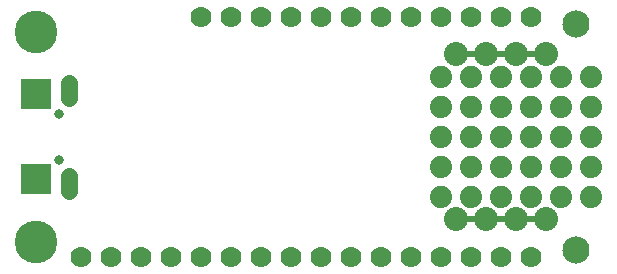
<source format=gbr>
G04 EAGLE Gerber RS-274X export*
G75*
%MOMM*%
%FSLAX34Y34*%
%LPD*%
%INSoldermask Bottom*%
%IPPOS*%
%AMOC8*
5,1,8,0,0,1.08239X$1,22.5*%
G01*
%ADD10C,2.301600*%
%ADD11R,8.763000X0.508000*%
%ADD12R,7.874000X0.508000*%
%ADD13C,3.617600*%
%ADD14C,1.778000*%
%ADD15C,0.801600*%
%ADD16R,2.514600X2.514600*%
%ADD17C,1.409600*%
%ADD18C,2.032000*%
%ADD19C,1.879600*%


D10*
X482600Y18415D03*
X482600Y209550D03*
D11*
X415290Y184150D03*
D12*
X419735Y44450D03*
D13*
X25400Y203200D03*
X25400Y25400D03*
D14*
X444500Y12700D03*
X419100Y12700D03*
X393700Y12700D03*
X368300Y12700D03*
X342900Y12700D03*
X317500Y12700D03*
X292100Y12700D03*
X266700Y12700D03*
X241300Y12700D03*
X215900Y12700D03*
X190500Y12700D03*
X165100Y12700D03*
X139700Y12700D03*
X114300Y12700D03*
X88900Y12700D03*
X63500Y12700D03*
X165100Y215900D03*
X190500Y215900D03*
X215900Y215900D03*
X241300Y215900D03*
X266700Y215900D03*
X292100Y215900D03*
X317500Y215900D03*
X342900Y215900D03*
X368300Y215900D03*
X393700Y215900D03*
X419100Y215900D03*
X444500Y215900D03*
D15*
X44450Y133800D03*
X44450Y94800D03*
D16*
X25450Y78300D03*
X25450Y150300D03*
D17*
X53450Y147300D02*
X53450Y160380D01*
X53450Y81300D02*
X53450Y68220D01*
D18*
X406400Y44450D03*
X431800Y44450D03*
X457200Y44450D03*
X381000Y44450D03*
X406400Y184150D03*
X431800Y184150D03*
X457200Y184150D03*
X381000Y184150D03*
D19*
X444500Y165100D03*
X444500Y139700D03*
X469900Y139700D03*
X469900Y165100D03*
X495300Y165100D03*
X495300Y139700D03*
X495300Y114300D03*
X495300Y88900D03*
X469900Y88900D03*
X469900Y114300D03*
X444500Y114300D03*
X444500Y88900D03*
X444500Y63500D03*
X469900Y63500D03*
X419100Y63500D03*
X419100Y88900D03*
X419100Y114300D03*
X419100Y139700D03*
X419100Y165100D03*
X393700Y165100D03*
X393700Y139700D03*
X393700Y114300D03*
X393700Y88900D03*
X393700Y63500D03*
X495300Y63500D03*
X368300Y63500D03*
X368300Y88900D03*
X368300Y114300D03*
X368300Y139700D03*
X368300Y165100D03*
M02*

</source>
